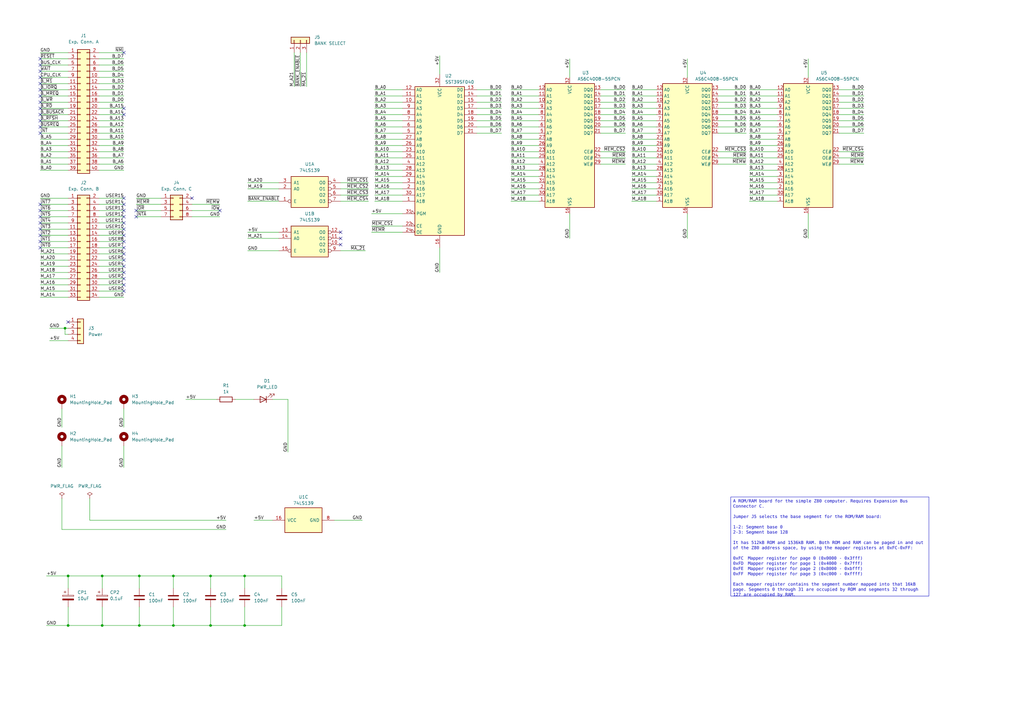
<source format=kicad_sch>
(kicad_sch (version 20231120) (generator "eeschema") (generator_version "8.0")
  (paper "A3")
  (title_block (title "ROM/RAM board v2") (date "2024-08-14") (rev "1.1") (comment 1 "Requires Expansion Bus Connector C"))
  (junction (at 27.94 256.54))
  (junction (at 100.33 256.54))
  (junction (at 41.91 256.54))
  (junction (at 86.36 236.22))
  (junction (at 41.91 236.22))
  (junction (at 26.67 134.62))
  (junction (at 71.12 256.54))
  (junction (at 27.94 236.22))
  (junction (at 57.15 256.54))
  (junction (at 57.15 236.22))
  (junction (at 71.12 236.22))
  (junction (at 86.36 256.54))
  (junction (at 100.33 236.22))
  (no_connect (at 16.51 46.99))
  (no_connect (at 16.51 96.52))
  (no_connect (at 16.51 34.29))
  (no_connect (at 16.51 83.82))
  (no_connect (at 50.8 114.3))
  (no_connect (at 50.8 96.52))
  (no_connect (at 50.8 109.22))
  (no_connect (at 16.51 101.6))
  (no_connect (at 16.51 88.9))
  (no_connect (at 50.8 116.84))
  (no_connect (at 50.8 104.14))
  (no_connect (at 16.51 52.07))
  (no_connect (at 16.51 54.61))
  (no_connect (at 50.8 91.44))
  (no_connect (at 50.8 88.9))
  (no_connect (at 55.88 88.9))
  (no_connect (at 90.17 86.36))
  (no_connect (at 16.51 24.13))
  (no_connect (at 16.51 49.53))
  (no_connect (at 16.51 44.45))
  (no_connect (at 139.7 100.33))
  (no_connect (at 50.8 46.99))
  (no_connect (at 50.8 93.98))
  (no_connect (at 16.51 36.83))
  (no_connect (at 16.51 99.06))
  (no_connect (at 16.51 91.44))
  (no_connect (at 50.8 83.82))
  (no_connect (at 27.94 132.08))
  (no_connect (at 16.51 29.21))
  (no_connect (at 139.7 95.25))
  (no_connect (at 50.8 101.6))
  (no_connect (at 55.88 86.36))
  (no_connect (at 50.8 119.38))
  (no_connect (at 50.8 99.06))
  (no_connect (at 16.51 41.91))
  (no_connect (at 50.8 86.36))
  (no_connect (at 50.8 111.76))
  (no_connect (at 139.7 97.79))
  (no_connect (at 78.74 81.28))
  (no_connect (at 50.8 81.28))
  (no_connect (at 50.8 44.45))
  (no_connect (at 16.51 39.37))
  (no_connect (at 16.51 93.98))
  (no_connect (at 16.51 26.67))
  (no_connect (at 16.51 31.75))
  (no_connect (at 16.51 86.36))
  (no_connect (at 50.8 106.68))
  (no_connect (at 50.8 21.59))
  (wire (pts (xy 50.8 36.83) (xy 40.64 36.83)))
  (wire (pts (xy 307.34 80.01) (xy 318.77 80.01)))
  (wire (pts (xy 40.64 104.14) (xy 50.8 104.14)))
  (wire (pts (xy 25.4 204.47) (xy 25.4 217.17)))
  (wire (pts (xy 100.33 241.3) (xy 100.33 236.22)))
  (wire (pts (xy 16.51 114.3) (xy 27.94 114.3)))
  (wire (pts (xy 57.15 241.3) (xy 57.15 236.22)))
  (wire (pts (xy 209.55 52.07) (xy 220.98 52.07)))
  (wire (pts (xy 16.51 36.83) (xy 27.94 36.83)))
  (wire (pts (xy 205.74 52.07) (xy 195.58 52.07)))
  (wire (pts (xy 259.08 49.53) (xy 269.24 49.53)))
  (wire (pts (xy 205.74 36.83) (xy 195.58 36.83)))
  (wire (pts (xy 16.51 46.99) (xy 27.94 46.99)))
  (wire (pts (xy 40.64 91.44) (xy 50.8 91.44)))
  (wire (pts (xy 152.4 92.71) (xy 165.1 92.71)))
  (wire (pts (xy 50.8 167.64) (xy 50.8 175.26)))
  (wire (pts (xy 86.36 236.22) (xy 71.12 236.22)))
  (wire (pts (xy 57.15 256.54) (xy 41.91 256.54)))
  (wire (pts (xy 55.88 81.28) (xy 66.04 81.28)))
  (wire (pts (xy 153.67 80.01) (xy 165.1 80.01)))
  (wire (pts (xy 256.54 54.61) (xy 246.38 54.61)))
  (wire (pts (xy 205.74 54.61) (xy 195.58 54.61)))
  (wire (pts (xy 16.51 86.36) (xy 27.94 86.36)))
  (wire (pts (xy 78.74 86.36) (xy 90.17 86.36)))
  (wire (pts (xy 354.33 41.91) (xy 344.17 41.91)))
  (wire (pts (xy 19.05 236.22) (xy 27.94 236.22)))
  (wire (pts (xy 50.8 41.91) (xy 40.64 41.91)))
  (wire (pts (xy 27.94 236.22) (xy 27.94 241.3)))
  (wire (pts (xy 307.34 69.85) (xy 318.77 69.85)))
  (wire (pts (xy 306.07 54.61) (xy 294.64 54.61)))
  (wire (pts (xy 101.6 77.47) (xy 114.3 77.47)))
  (wire (pts (xy 344.17 64.77) (xy 354.33 64.77)))
  (wire (pts (xy 246.38 67.31) (xy 256.54 67.31)))
  (wire (pts (xy 307.34 74.93) (xy 318.77 74.93)))
  (wire (pts (xy 101.6 95.25) (xy 114.3 95.25)))
  (wire (pts (xy 209.55 72.39) (xy 220.98 72.39)))
  (wire (pts (xy 40.64 106.68) (xy 50.8 106.68)))
  (wire (pts (xy 16.51 69.85) (xy 27.94 69.85)))
  (wire (pts (xy 209.55 59.69) (xy 220.98 59.69)))
  (wire (pts (xy 50.8 121.92) (xy 40.64 121.92)))
  (wire (pts (xy 66.04 86.36) (xy 55.88 86.36)))
  (wire (pts (xy 50.8 52.07) (xy 40.64 52.07)))
  (wire (pts (xy 209.55 80.01) (xy 220.98 80.01)))
  (wire (pts (xy 101.6 74.93) (xy 114.3 74.93)))
  (wire (pts (xy 281.94 24.13) (xy 281.94 31.75)))
  (wire (pts (xy 153.67 69.85) (xy 165.1 69.85)))
  (wire (pts (xy 101.6 97.79) (xy 114.3 97.79)))
  (wire (pts (xy 71.12 236.22) (xy 57.15 236.22)))
  (wire (pts (xy 50.8 57.15) (xy 40.64 57.15)))
  (wire (pts (xy 25.4 182.88) (xy 25.4 191.77)))
  (wire (pts (xy 256.54 39.37) (xy 246.38 39.37)))
  (wire (pts (xy 153.67 64.77) (xy 165.1 64.77)))
  (wire (pts (xy 40.64 101.6) (xy 50.8 101.6)))
  (wire (pts (xy 16.51 41.91) (xy 27.94 41.91)))
  (wire (pts (xy 27.94 256.54) (xy 27.94 248.92)))
  (wire (pts (xy 259.08 77.47) (xy 269.24 77.47)))
  (wire (pts (xy 281.94 87.63) (xy 281.94 97.79)))
  (wire (pts (xy 78.74 83.82) (xy 90.17 83.82)))
  (wire (pts (xy 50.8 62.23) (xy 40.64 62.23)))
  (wire (pts (xy 354.33 49.53) (xy 344.17 49.53)))
  (wire (pts (xy 20.32 134.62) (xy 26.67 134.62)))
  (wire (pts (xy 306.07 44.45) (xy 294.64 44.45)))
  (wire (pts (xy 40.64 88.9) (xy 50.8 88.9)))
  (wire (pts (xy 50.8 54.61) (xy 40.64 54.61)))
  (wire (pts (xy 100.33 248.92) (xy 100.33 256.54)))
  (wire (pts (xy 16.51 54.61) (xy 27.94 54.61)))
  (wire (pts (xy 118.11 163.83) (xy 118.11 185.42)))
  (wire (pts (xy 209.55 74.93) (xy 220.98 74.93)))
  (wire (pts (xy 256.54 36.83) (xy 246.38 36.83)))
  (wire (pts (xy 306.07 52.07) (xy 294.64 52.07)))
  (wire (pts (xy 50.8 49.53) (xy 40.64 49.53)))
  (wire (pts (xy 50.8 116.84) (xy 40.64 116.84)))
  (wire (pts (xy 50.8 24.13) (xy 40.64 24.13)))
  (wire (pts (xy 76.2 163.83) (xy 88.9 163.83)))
  (wire (pts (xy 16.51 44.45) (xy 27.94 44.45)))
  (wire (pts (xy 259.08 82.55) (xy 269.24 82.55)))
  (wire (pts (xy 307.34 52.07) (xy 318.77 52.07)))
  (wire (pts (xy 259.08 59.69) (xy 269.24 59.69)))
  (wire (pts (xy 115.57 241.3) (xy 115.57 236.22)))
  (wire (pts (xy 331.47 24.13) (xy 331.47 31.75)))
  (wire (pts (xy 306.07 36.83) (xy 294.64 36.83)))
  (wire (pts (xy 354.33 46.99) (xy 344.17 46.99)))
  (wire (pts (xy 205.74 39.37) (xy 195.58 39.37)))
  (wire (pts (xy 307.34 36.83) (xy 318.77 36.83)))
  (wire (pts (xy 153.67 67.31) (xy 165.1 67.31)))
  (wire (pts (xy 50.8 34.29) (xy 40.64 34.29)))
  (wire (pts (xy 50.8 46.99) (xy 40.64 46.99)))
  (wire (pts (xy 259.08 62.23) (xy 269.24 62.23)))
  (wire (pts (xy 149.86 102.87) (xy 139.7 102.87)))
  (wire (pts (xy 25.4 217.17) (xy 92.71 217.17)))
  (wire (pts (xy 36.83 213.36) (xy 92.71 213.36)))
  (wire (pts (xy 209.55 64.77) (xy 220.98 64.77)))
  (wire (pts (xy 16.51 29.21) (xy 27.94 29.21)))
  (wire (pts (xy 71.12 248.92) (xy 71.12 256.54)))
  (wire (pts (xy 50.8 59.69) (xy 40.64 59.69)))
  (wire (pts (xy 259.08 69.85) (xy 269.24 69.85)))
  (wire (pts (xy 101.6 102.87) (xy 114.3 102.87)))
  (wire (pts (xy 40.64 83.82) (xy 50.8 83.82)))
  (wire (pts (xy 115.57 248.92) (xy 115.57 256.54)))
  (wire (pts (xy 153.67 82.55) (xy 165.1 82.55)))
  (wire (pts (xy 354.33 62.23) (xy 344.17 62.23)))
  (wire (pts (xy 259.08 54.61) (xy 269.24 54.61)))
  (wire (pts (xy 233.68 24.13) (xy 233.68 31.75)))
  (wire (pts (xy 209.55 46.99) (xy 220.98 46.99)))
  (wire (pts (xy 16.51 49.53) (xy 27.94 49.53)))
  (wire (pts (xy 306.07 41.91) (xy 294.64 41.91)))
  (wire (pts (xy 16.51 59.69) (xy 27.94 59.69)))
  (wire (pts (xy 209.55 41.91) (xy 220.98 41.91)))
  (wire (pts (xy 25.4 167.64) (xy 25.4 175.26)))
  (wire (pts (xy 16.51 39.37) (xy 27.94 39.37)))
  (wire (pts (xy 209.55 54.61) (xy 220.98 54.61)))
  (wire (pts (xy 259.08 74.93) (xy 269.24 74.93)))
  (wire (pts (xy 256.54 44.45) (xy 246.38 44.45)))
  (wire (pts (xy 115.57 236.22) (xy 100.33 236.22)))
  (wire (pts (xy 180.34 22.86) (xy 180.34 30.48)))
  (wire (pts (xy 16.51 26.67) (xy 27.94 26.67)))
  (wire (pts (xy 205.74 46.99) (xy 195.58 46.99)))
  (wire (pts (xy 294.64 67.31) (xy 306.07 67.31)))
  (wire (pts (xy 256.54 52.07) (xy 246.38 52.07)))
  (wire (pts (xy 307.34 46.99) (xy 318.77 46.99)))
  (wire (pts (xy 86.36 241.3) (xy 86.36 236.22)))
  (wire (pts (xy 306.07 62.23) (xy 294.64 62.23)))
  (wire (pts (xy 307.34 77.47) (xy 318.77 77.47)))
  (wire (pts (xy 96.52 163.83) (xy 104.14 163.83)))
  (wire (pts (xy 114.3 82.55) (xy 101.6 82.55)))
  (wire (pts (xy 16.51 119.38) (xy 27.94 119.38)))
  (wire (pts (xy 71.12 241.3) (xy 71.12 236.22)))
  (wire (pts (xy 40.64 99.06) (xy 50.8 99.06)))
  (wire (pts (xy 16.51 121.92) (xy 27.94 121.92)))
  (wire (pts (xy 66.04 83.82) (xy 55.88 83.82)))
  (wire (pts (xy 307.34 41.91) (xy 318.77 41.91)))
  (wire (pts (xy 19.05 256.54) (xy 27.94 256.54)))
  (wire (pts (xy 16.51 31.75) (xy 27.94 31.75)))
  (wire (pts (xy 259.08 67.31) (xy 269.24 67.31)))
  (wire (pts (xy 50.8 67.31) (xy 40.64 67.31)))
  (wire (pts (xy 16.51 109.22) (xy 27.94 109.22)))
  (wire (pts (xy 307.34 59.69) (xy 318.77 59.69)))
  (wire (pts (xy 90.17 88.9) (xy 78.74 88.9)))
  (wire (pts (xy 41.91 236.22) (xy 41.91 241.3)))
  (wire (pts (xy 246.38 64.77) (xy 256.54 64.77)))
  (wire (pts (xy 256.54 62.23) (xy 246.38 62.23)))
  (wire (pts (xy 26.67 137.16) (xy 26.67 134.62)))
  (wire (pts (xy 307.34 62.23) (xy 318.77 62.23)))
  (wire (pts (xy 40.64 109.22) (xy 50.8 109.22)))
  (wire (pts (xy 354.33 52.07) (xy 344.17 52.07)))
  (wire (pts (xy 153.67 57.15) (xy 165.1 57.15)))
  (wire (pts (xy 16.51 93.98) (xy 27.94 93.98)))
  (wire (pts (xy 16.51 116.84) (xy 27.94 116.84)))
  (wire (pts (xy 27.94 137.16) (xy 26.67 137.16)))
  (wire (pts (xy 344.17 67.31) (xy 354.33 67.31)))
  (wire (pts (xy 16.51 52.07) (xy 27.94 52.07)))
  (wire (pts (xy 259.08 39.37) (xy 269.24 39.37)))
  (wire (pts (xy 20.32 139.7) (xy 27.94 139.7)))
  (wire (pts (xy 115.57 256.54) (xy 100.33 256.54)))
  (wire (pts (xy 209.55 62.23) (xy 220.98 62.23)))
  (wire (pts (xy 123.19 21.59) (xy 123.19 35.56)))
  (wire (pts (xy 209.55 82.55) (xy 220.98 82.55)))
  (wire (pts (xy 153.67 59.69) (xy 165.1 59.69)))
  (wire (pts (xy 306.07 39.37) (xy 294.64 39.37)))
  (wire (pts (xy 205.74 49.53) (xy 195.58 49.53)))
  (wire (pts (xy 104.14 213.36) (xy 111.76 213.36)))
  (wire (pts (xy 307.34 44.45) (xy 318.77 44.45)))
  (wire (pts (xy 209.55 36.83) (xy 220.98 36.83)))
  (wire (pts (xy 307.34 67.31) (xy 318.77 67.31)))
  (wire (pts (xy 256.54 46.99) (xy 246.38 46.99)))
  (wire (pts (xy 306.07 49.53) (xy 294.64 49.53)))
  (wire (pts (xy 50.8 64.77) (xy 40.64 64.77)))
  (wire (pts (xy 86.36 248.92) (xy 86.36 256.54)))
  (wire (pts (xy 259.08 36.83) (xy 269.24 36.83)))
  (wire (pts (xy 16.51 57.15) (xy 27.94 57.15)))
  (wire (pts (xy 50.8 114.3) (xy 40.64 114.3)))
  (wire (pts (xy 153.67 54.61) (xy 165.1 54.61)))
  (wire (pts (xy 354.33 39.37) (xy 344.17 39.37)))
  (wire (pts (xy 165.1 95.25) (xy 152.4 95.25)))
  (wire (pts (xy 205.74 41.91) (xy 195.58 41.91)))
  (wire (pts (xy 306.07 46.99) (xy 294.64 46.99)))
  (wire (pts (xy 55.88 88.9) (xy 66.04 88.9)))
  (wire (pts (xy 354.33 54.61) (xy 344.17 54.61)))
  (wire (pts (xy 307.34 39.37) (xy 318.77 39.37)))
  (wire (pts (xy 209.55 77.47) (xy 220.98 77.47)))
  (wire (pts (xy 16.51 64.77) (xy 27.94 64.77)))
  (wire (pts (xy 205.74 44.45) (xy 195.58 44.45)))
  (wire (pts (xy 153.67 36.83) (xy 165.1 36.83)))
  (wire (pts (xy 16.51 81.28) (xy 27.94 81.28)))
  (wire (pts (xy 307.34 72.39) (xy 318.77 72.39)))
  (wire (pts (xy 50.8 31.75) (xy 40.64 31.75)))
  (wire (pts (xy 100.33 256.54) (xy 86.36 256.54)))
  (wire (pts (xy 153.67 52.07) (xy 165.1 52.07)))
  (wire (pts (xy 50.8 69.85) (xy 40.64 69.85)))
  (wire (pts (xy 259.08 52.07) (xy 269.24 52.07)))
  (wire (pts (xy 100.33 236.22) (xy 86.36 236.22)))
  (wire (pts (xy 27.94 236.22) (xy 41.91 236.22)))
  (wire (pts (xy 16.51 99.06) (xy 27.94 99.06)))
  (wire (pts (xy 16.51 88.9) (xy 27.94 88.9)))
  (wire (pts (xy 354.33 44.45) (xy 344.17 44.45)))
  (wire (pts (xy 259.08 57.15) (xy 269.24 57.15)))
  (wire (pts (xy 50.8 182.88) (xy 50.8 191.77)))
  (wire (pts (xy 307.34 82.55) (xy 318.77 82.55)))
  (wire (pts (xy 16.51 106.68) (xy 27.94 106.68)))
  (wire (pts (xy 120.65 35.56) (xy 120.65 21.59)))
  (wire (pts (xy 151.13 82.55) (xy 139.7 82.55)))
  (wire (pts (xy 16.51 96.52) (xy 27.94 96.52)))
  (wire (pts (xy 153.67 49.53) (xy 165.1 49.53)))
  (wire (pts (xy 307.34 64.77) (xy 318.77 64.77)))
  (wire (pts (xy 16.51 67.31) (xy 27.94 67.31)))
  (wire (pts (xy 50.8 44.45) (xy 40.64 44.45)))
  (wire (pts (xy 86.36 256.54) (xy 71.12 256.54)))
  (wire (pts (xy 259.08 44.45) (xy 269.24 44.45)))
  (wire (pts (xy 16.51 21.59) (xy 27.94 21.59)))
  (wire (pts (xy 50.8 21.59) (xy 40.64 21.59)))
  (wire (pts (xy 16.51 111.76) (xy 27.94 111.76)))
  (wire (pts (xy 16.51 104.14) (xy 27.94 104.14)))
  (wire (pts (xy 153.67 77.47) (xy 165.1 77.47)))
  (wire (pts (xy 40.64 93.98) (xy 50.8 93.98)))
  (wire (pts (xy 151.13 77.47) (xy 139.7 77.47)))
  (wire (pts (xy 153.67 41.91) (xy 165.1 41.91)))
  (wire (pts (xy 153.67 46.99) (xy 165.1 46.99)))
  (wire (pts (xy 209.55 39.37) (xy 220.98 39.37)))
  (wire (pts (xy 307.34 49.53) (xy 318.77 49.53)))
  (wire (pts (xy 259.08 46.99) (xy 269.24 46.99)))
  (wire (pts (xy 294.64 64.77) (xy 306.07 64.77)))
  (wire (pts (xy 50.8 111.76) (xy 40.64 111.76)))
  (wire (pts (xy 209.55 57.15) (xy 220.98 57.15)))
  (wire (pts (xy 153.67 72.39) (xy 165.1 72.39)))
  (wire (pts (xy 354.33 36.83) (xy 344.17 36.83)))
  (wire (pts (xy 259.08 41.91) (xy 269.24 41.91)))
  (wire (pts (xy 50.8 29.21) (xy 40.64 29.21)))
  (wire (pts (xy 259.08 80.01) (xy 269.24 80.01)))
  (wire (pts (xy 50.8 119.38) (xy 40.64 119.38)))
  (wire (pts (xy 151.13 74.93) (xy 139.7 74.93)))
  (wire (pts (xy 16.51 24.13) (xy 27.94 24.13)))
  (wire (pts (xy 151.13 80.01) (xy 139.7 80.01)))
  (wire (pts (xy 233.68 87.63) (xy 233.68 97.79)))
  (wire (pts (xy 137.16 213.36) (xy 148.59 213.36)))
  (wire (pts (xy 41.91 256.54) (xy 41.91 248.92)))
  (wire (pts (xy 153.67 62.23) (xy 165.1 62.23)))
  (wire (pts (xy 307.34 54.61) (xy 318.77 54.61)))
  (wire (pts (xy 16.51 83.82) (xy 27.94 83.82)))
  (wire (pts (xy 307.34 57.15) (xy 318.77 57.15)))
  (wire (pts (xy 180.34 101.6) (xy 180.34 111.76)))
  (wire (pts (xy 27.94 256.54) (xy 41.91 256.54)))
  (wire (pts (xy 125.73 21.59) (xy 125.73 35.56)))
  (wire (pts (xy 40.64 81.28) (xy 50.8 81.28)))
  (wire (pts (xy 40.64 86.36) (xy 50.8 86.36)))
  (wire (pts (xy 57.15 248.92) (xy 57.15 256.54)))
  (wire (pts (xy 153.67 44.45) (xy 165.1 44.45)))
  (wire (pts (xy 57.15 236.22) (xy 41.91 236.22)))
  (wire (pts (xy 16.51 91.44) (xy 27.94 91.44)))
  (wire (pts (xy 259.08 64.77) (xy 269.24 64.77)))
  (wire (pts (xy 16.51 101.6) (xy 27.94 101.6)))
  (wire (pts (xy 153.67 74.93) (xy 165.1 74.93)))
  (wire (pts (xy 209.55 49.53) (xy 220.98 49.53)))
  (wire (pts (xy 40.64 96.52) (xy 50.8 96.52)))
  (wire (pts (xy 71.12 256.54) (xy 57.15 256.54)))
  (wire (pts (xy 331.47 87.63) (xy 331.47 97.79)))
  (wire (pts (xy 209.55 44.45) (xy 220.98 44.45)))
  (wire (pts (xy 152.4 87.63) (xy 165.1 87.63)))
  (wire (pts (xy 50.8 26.67) (xy 40.64 26.67)))
  (wire (pts (xy 50.8 39.37) (xy 40.64 39.37)))
  (wire (pts (xy 26.67 134.62) (xy 27.94 134.62)))
  (wire (pts (xy 16.51 62.23) (xy 27.94 62.23)))
  (wire (pts (xy 36.83 204.47) (xy 36.83 213.36)))
  (wire (pts (xy 153.67 39.37) (xy 165.1 39.37)))
  (wire (pts (xy 118.11 163.83) (xy 111.76 163.83)))
  (wire (pts (xy 256.54 49.53) (xy 246.38 49.53)))
  (wire (pts (xy 209.55 69.85) (xy 220.98 69.85)))
  (wire (pts (xy 209.55 67.31) (xy 220.98 67.31)))
  (wire (pts (xy 16.51 34.29) (xy 27.94 34.29)))
  (wire (pts (xy 259.08 72.39) (xy 269.24 72.39)))
  (wire (pts (xy 256.54 41.91) (xy 246.38 41.91)))
  (text_box "A ROM/RAM board for the simple Z80 computer. Requires Expansion Bus Connector C.\n\nJumper J5 selects the base segment for the ROM/RAM board: \n\n1-2: Segment base 0\n2-3: Segment base 128\n\nIt has 512kB ROM and 1536kB RAM. Both ROM and RAM can be paged in and out of the Z80 address space, by using the mapper registers at 0xFC-0xFF:\n\n0xFC	Mapper register for page 0 (0x0000 - 0x3fff)\n0xFD	Mapper register for page 1 (0x4000 - 0x7fff)\n0xFE	Mapper register for page 2 (0x8000 - 0xbfff)\n0xFF	Mapper register for page 3 (0xc000 - 0xffff)\n\nEach mapper register contains the segment number mapped into that 16kB page. Segments 0 through 31 are occupied by ROM and segments 32 through 127 are occupied by RAM.\n\n" (at 299.72 203.835 0) (size 81.28 40.64) (effects (font (size 1.27 1.27)) (justify left top)))
  (label "GND" (at 50.8 175.26 90))
  (label "B_A0" (at 153.67 36.83 0))
  (label "USER4" (at 50.8 109.22 180))
  (label "~{RESET}" (at 16.51 24.13 0))
  (label "B_A1" (at 209.55 39.37 0))
  (label "B_A3" (at 209.55 44.45 0))
  (label "GND" (at 25.4 191.77 90))
  (label "USER9" (at 50.8 96.52 180))
  (label "GND" (at 55.88 81.28 0))
  (label "B_A8" (at 307.34 57.15 0))
  (label "B_A13" (at 307.34 69.85 0))
  (label "~{MEMR}" (at 152.4 95.25 0))
  (label "~{INT}" (at 16.51 54.61 0))
  (label "B_A10" (at 153.67 62.23 0))
  (label "B_A1" (at 16.51 67.31 0))
  (label "GND" (at 50.8 191.77 90))
  (label "B_A9" (at 50.8 59.69 180))
  (label "B_A2" (at 307.34 41.91 0))
  (label "B_A8" (at 153.67 57.15 0))
  (label "M_A14" (at 16.51 121.92 0))
  (label "B_D4" (at 50.8 31.75 180))
  (label "GND" (at 16.51 21.59 0))
  (label "B_D0" (at 256.54 36.83 180))
  (label "B_D1" (at 205.74 39.37 180))
  (label "~{IOR}" (at 55.88 86.36 0))
  (label "~{MEMW}" (at 256.54 67.31 180))
  (label "B_A8" (at 50.8 62.23 180))
  (label "B_A3" (at 153.67 44.45 0))
  (label "B_A13" (at 259.08 69.85 0))
  (label "B_A5" (at 16.51 57.15 0))
  (label "B_A6" (at 153.67 52.07 0))
  (label "M_A17" (at 259.08 80.01 0))
  (label "B_A4" (at 16.51 59.69 0))
  (label "~{MEMW}" (at 354.33 67.31 180))
  (label "~{INT1}" (at 16.51 99.06 0))
  (label "~{MEM_CS3}" (at 306.07 62.23 180))
  (label "~{BANK_ENABLE}" (at 101.6 82.55 0))
  (label "BUS_CLK" (at 16.51 26.67 0))
  (label "~{INT0}" (at 16.51 101.6 0))
  (label "B_A6" (at 307.34 52.07 0))
  (label "~{B_M1}" (at 16.51 34.29 0))
  (label "B_D2" (at 256.54 41.91 180))
  (label "+5V" (at 180.34 22.86 270))
  (label "GND" (at 16.51 81.28 0))
  (label "B_A6" (at 50.8 67.31 180))
  (label "M_A14" (at 259.08 72.39 0))
  (label "USER10" (at 50.8 93.98 180))
  (label "B_A11" (at 209.55 64.77 0))
  (label "M_A18" (at 259.08 82.55 0))
  (label "~{MEM_CS3}" (at 151.13 80.01 180))
  (label "B_A9" (at 209.55 59.69 0))
  (label "B_A3" (at 16.51 62.23 0))
  (label "B_A7" (at 307.34 54.61 0))
  (label "B_D5" (at 50.8 29.21 180))
  (label "B_D3" (at 50.8 34.29 180))
  (label "+5V" (at 92.71 213.36 180))
  (label "~{B_RFSH}" (at 16.51 49.53 0))
  (label "USER13" (at 50.8 86.36 180))
  (label "USER2" (at 50.8 114.3 180))
  (label "B_D1" (at 256.54 39.37 180))
  (label "USER5" (at 50.8 106.68 180))
  (label "B_A7" (at 50.8 64.77 180))
  (label "B_D7" (at 256.54 54.61 180))
  (label "M_A17" (at 16.51 114.3 0))
  (label "B_D7" (at 205.74 54.61 180))
  (label "M_A15" (at 153.67 74.93 0))
  (label "~{MEMR}" (at 306.07 64.77 180))
  (label "M_A21" (at 16.51 104.14 0))
  (label "M_A17" (at 307.34 80.01 0))
  (label "M_A16" (at 209.55 77.47 0))
  (label "B_D4" (at 306.07 46.99 180))
  (label "CPU_CLK" (at 16.51 31.75 0))
  (label "M_A15" (at 259.08 74.93 0))
  (label "GND" (at 25.4 175.26 90))
  (label "B_D6" (at 50.8 26.67 180))
  (label "B_D4" (at 205.74 46.99 180))
  (label "B_A10" (at 307.34 62.23 0))
  (label "B_A5" (at 307.34 49.53 0))
  (label "USER14" (at 50.8 83.82 180))
  (label "~{BANK_ENABLE}" (at 123.19 35.56 90))
  (label "~{MEM_CS1}" (at 151.13 74.93 180))
  (label "M_A21" (at 120.65 35.56 90))
  (label "GND" (at 92.71 217.17 180))
  (label "B_A2" (at 259.08 41.91 0))
  (label "B_D5" (at 205.74 49.53 180))
  (label "B_D3" (at 354.33 44.45 180))
  (label "B_A0" (at 259.08 36.83 0))
  (label "B_D0" (at 205.74 36.83 180))
  (label "M_A16" (at 307.34 77.47 0))
  (label "USER8" (at 50.8 99.06 180))
  (label "~{NMI}" (at 50.8 21.59 180))
  (label "B_A3" (at 307.34 44.45 0))
  (label "~{WAIT}" (at 16.51 29.21 0))
  (label "B_A11" (at 50.8 54.61 180))
  (label "B_D7" (at 50.8 24.13 180))
  (label "B_D5" (at 306.07 49.53 180))
  (label "B_A4" (at 153.67 46.99 0))
  (label "B_D5" (at 256.54 49.53 180))
  (label "B_D6" (at 205.74 52.07 180))
  (label "B_A8" (at 259.08 57.15 0))
  (label "B_D6" (at 306.07 52.07 180))
  (label "B_A2" (at 209.55 41.91 0))
  (label "B_D2" (at 354.33 41.91 180))
  (label "~{MA_21}" (at 149.86 102.87 180))
  (label "B_A0" (at 209.55 36.83 0))
  (label "B_A13" (at 50.8 49.53 180))
  (label "M_A18" (at 209.55 82.55 0))
  (label "USER3" (at 50.8 111.76 180))
  (label "GND" (at 180.34 111.76 90))
  (label "B_A9" (at 153.67 59.69 0))
  (label "M_A16" (at 16.51 116.84 0))
  (label "B_D7" (at 306.07 54.61 180))
  (label "GND" (at 20.32 134.62 0))
  (label "B_A12" (at 307.34 67.31 0))
  (label "B_A8" (at 209.55 57.15 0))
  (label "~{B_BUSACK}" (at 16.51 46.99 0))
  (label "B_D3" (at 306.07 44.45 180))
  (label "M_A21" (at 101.6 97.79 0))
  (label "B_A7" (at 209.55 54.61 0))
  (label "B_A10" (at 50.8 57.15 180))
  (label "M_A20" (at 101.6 74.93 0))
  (label "+5V" (at 233.68 24.13 270))
  (label "~{B_MREQ}" (at 16.51 39.37 0))
  (label "USER11" (at 50.8 91.44 180))
  (label "+5V" (at 152.4 87.63 0))
  (label "M_A19" (at 101.6 77.47 0))
  (label "M_A17" (at 209.55 80.01 0))
  (label "M_A18" (at 307.34 82.55 0))
  (label "B_D4" (at 256.54 46.99 180))
  (label "~{INTA}" (at 55.88 88.9 0))
  (label "B_A12" (at 153.67 67.31 0))
  (label "~{MEM_CS4}" (at 151.13 82.55 180))
  (label "B_D2" (at 306.07 41.91 180))
  (label "~{MEMW}" (at 306.07 67.31 180))
  (label "B_A1" (at 307.34 39.37 0))
  (label "B_A9" (at 259.08 59.69 0))
  (label "B_A11" (at 307.34 64.77 0))
  (label "B_D6" (at 354.33 52.07 180))
  (label "USER0" (at 50.8 119.38 180))
  (label "GND" (at 19.05 256.54 0))
  (label "~{INT5}" (at 16.51 88.9 0))
  (label "B_A4" (at 259.08 46.99 0))
  (label "B_D2" (at 205.74 41.91 180))
  (label "B_D0" (at 306.07 36.83 180))
  (label "B_D0" (at 50.8 41.91 180))
  (label "B_A0" (at 307.34 36.83 0))
  (label "USER7" (at 50.8 101.6 180))
  (label "~{IOW}" (at 90.17 86.36 180))
  (label "B_A5" (at 153.67 49.53 0))
  (label "M_A14" (at 153.67 72.39 0))
  (label "USER1" (at 50.8 116.84 180))
  (label "GND" (at 148.59 213.36 180))
  (label "B_A3" (at 259.08 44.45 0))
  (label "M_A20" (at 16.51 106.68 0))
  (label "B_D1" (at 354.33 39.37 180))
  (label "~{MEM_CS4}" (at 354.33 62.23 180))
  (label "M_A14" (at 209.55 72.39 0))
  (label "+5V" (at 281.94 24.13 270))
  (label "B_A5" (at 259.08 49.53 0))
  (label "~{B_WR}" (at 16.51 41.91 0))
  (label "B_A13" (at 209.55 69.85 0))
  (label "GND" (at 50.8 69.85 180))
  (label "B_D2" (at 50.8 36.83 180))
  (label "GND" (at 331.47 97.79 90))
  (label "M_A18" (at 16.51 111.76 0))
  (label "~{INT6}" (at 16.51 86.36 0))
  (label "M_A18" (at 153.67 82.55 0))
  (label "B_A11" (at 153.67 64.77 0))
  (label "B_D0" (at 354.33 36.83 180))
  (label "~{INT2}" (at 16.51 96.52 0))
  (label "B_A2" (at 153.67 41.91 0))
  (label "M_A15" (at 16.51 119.38 0))
  (label "B_A2" (at 16.51 64.77 0))
  (label "GND" (at 118.11 185.42 90))
  (label "B_D3" (at 256.54 44.45 180))
  (label "M_A17" (at 153.67 80.01 0))
  (label "B_A5" (at 209.55 49.53 0))
  (label "USER15" (at 50.8 81.28 180))
  (label "+5V" (at 101.6 95.25 0))
  (label "~{MEMR}" (at 256.54 64.77 180))
  (label "+5V" (at 104.14 213.36 0))
  (label "B_D1" (at 306.07 39.37 180))
  (label "B_A10" (at 259.08 62.23 0))
  (label "B_A0" (at 16.51 69.85 0))
  (label "B_A12" (at 50.8 52.07 180))
  (label "~{MEMW}" (at 90.17 83.82 180))
  (label "B_D4" (at 354.33 46.99 180))
  (label "~{B_IORQ}" (at 16.51 36.83 0))
  (label "M_A19" (at 16.51 109.22 0))
  (label "B_D7" (at 354.33 54.61 180))
  (label "+5V" (at 20.32 139.7 0))
  (label "USER6" (at 50.8 104.14 180))
  (label "B_A12" (at 209.55 67.31 0))
  (label "B_A14" (at 50.8 46.99 180))
  (label "USER12" (at 50.8 88.9 180))
  (label "B_A1" (at 259.08 39.37 0))
  (label "+5V" (at 331.47 24.13 270))
  (label "B_A11" (at 259.08 64.77 0))
  (label "B_D5" (at 354.33 49.53 180))
  (label "GND" (at 281.94 97.79 90))
  (label "~{MEMR}" (at 55.88 83.82 0))
  (label "M_A16" (at 153.67 77.47 0))
  (label "+5V" (at 19.05 236.22 0))
  (label "~{MA_21}" (at 125.73 35.56 90))
  (label "M_A15" (at 209.55 74.93 0))
  (label "B_A4" (at 209.55 46.99 0))
  (label "~{B_RD}" (at 16.51 44.45 0))
  (label "B_A6" (at 209.55 52.07 0))
  (label "M_A16" (at 259.08 77.47 0))
  (label "+5V" (at 76.2 163.83 0))
  (label "B_A13" (at 153.67 69.85 0))
  (label "~{MEM_CS2}" (at 256.54 62.23 180))
  (label "~{MEMR}" (at 354.33 64.77 180))
  (label "~{BUSREQ}" (at 16.51 52.07 0))
  (label "~{INT4}" (at 16.51 91.44 0))
  (label "~{INT7}" (at 16.51 83.82 0))
  (label "B_A4" (at 307.34 46.99 0))
  (label "B_A6" (at 259.08 52.07 0))
  (label "M_A15" (at 307.34 74.93 0))
  (label "GND" (at 50.8 121.92 180))
  (label "M_A14" (at 307.34 72.39 0))
  (label "B_D1" (at 50.8 39.37 180))
  (label "B_A7" (at 259.08 54.61 0))
  (label "B_A12" (at 259.08 67.31 0))
  (label "~{MEM_CS1}" (at 152.4 92.71 0))
  (label "B_A10" (at 209.55 62.23 0))
  (label "GND" (at 90.17 88.9 180))
  (label "B_A15" (at 50.8 44.45 180))
  (label "B_D6" (at 256.54 52.07 180))
  (label "B_A7" (at 153.67 54.61 0))
  (label "B_A1" (at 153.67 39.37 0))
  (label "GND" (at 233.68 97.79 90))
  (label "GND" (at 101.6 102.87 0))
  (label "B_A9" (at 307.34 59.69 0))
  (label "~{INT3}" (at 16.51 93.98 0))
  (label "~{MEM_CS2}" (at 151.13 77.47 180))
  (label "B_D3" (at 205.74 44.45 180))
  (symbol (lib_name "PWR_FLAG_1") (lib_id "power:PWR_FLAG") (at 36.83 204.47 0) (unit 1)
    (property "Reference" "#FLG02" (effects (hide yes)))
    (property "Value" "PWR_FLAG" (at 36.83 199.39 0))
    (property "Description" "Special symbol for telling ERC where power comes from" (effects (hide yes)))
  )
  (symbol (lib_id "Memory_Flash:SST39SF040") (at 180.34 67.31 0) (unit 1)
    (property "Reference" "U2" (at 182.5341 31.115 0) (effects (justify left)))
    (property "Value" "SST39SF040" (at 182.5341 33.655 0) (effects (justify left)))
    (property "Footprint" "Package_DIP:DIP-32_W15.24mm_Socket" (effects (hide yes)))
    (property "Datasheet" "http://ww1.microchip.com/downloads/en/DeviceDoc/25022B.pdf" (effects (hide yes)))
    (property "Description" "32P DIP Tin 15.24mm 2.54mm DIP-32 IC / Transistor Socket ROHS" (effects (hide yes)))
    (property "MPN" " Z-ICS0S32P-WG00" (effects (hide yes)))
    (property "Manufacturer" "Ckmtw(Shenzhen Cankemeng) " (effects (hide yes)))
    (property "Package" " DIP-32" (effects (hide yes)))
  )
  (symbol (lib_id "Mechanical:MountingHole_Pad") (at 50.8 180.34 0) (unit 1) (in_bom no)
    (property "Reference" "H4" (at 53.975 177.7999 0) (effects (justify left)))
    (property "Value" "MountingHole_Pad" (at 53.975 180.3399 0) (effects (justify left)))
    (property "Footprint" "MountingHole:MountingHole_3.2mm_M3_ISO7380_Pad" (effects (hide yes)))
    (property "Description" "Part of PCB layout" (effects (hide yes)))
  )
  (symbol (lib_id "Device:C") (at 71.12 245.11 0) (unit 1)
    (property "Reference" "C2" (at 74.93 243.84 0) (effects (justify left)))
    (property "Value" "100nF" (at 74.93 246.38 0) (effects (justify left)))
    (property "Footprint" "Capacitor_THT:C_Disc_D5.0mm_W2.5mm_P2.50mm" (effects (hide yes)))
    (property "Description" "±10% 50V 100nF X7R Plugin,P=2.54mm Multilayer Ceramic Capacitors MLCC - Leaded ROHS" (effects (hide yes)))
    (property "MPN" "178MU0006" (effects (hide yes)))
    (property "Manufacturer" "KNSCHA" (effects (hide yes)))
    (property "Package" "Plugin,P=2.54mm" (effects (hide yes)))
  )
  (symbol (lib_id "Device:LED") (at 107.95 163.83 180) (unit 1)
    (property "Reference" "D1" (at 109.5375 156.21 0))
    (property "Value" "PWR_LED" (at 109.5375 158.75 0))
    (property "Footprint" "LED_THT:LED_D3.0mm" (effects (hide yes)))
    (property "Description" "-40℃~+100℃ 626nm Red 14mW Plugin,D=3.2mm Light Emitting Diodes (LED) ROHS" (effects (hide yes)))
    (property "MPN" "HLMP-1700" (effects (hide yes)))
    (property "Manufacturer" "Broadcom/AVAGO" (effects (hide yes)))
    (property "Package" "LED_D3.0mm" (effects (hide yes)))
  )
  (symbol (lib_id "Device:R") (at 92.71 163.83 90) (unit 1)
    (property "Reference" "R1" (at 92.71 158.115 90))
    (property "Value" "1k" (at 92.71 160.655 90))
    (property "Footprint" "Resistor_THT:R_Axial_DIN0204_L3.6mm_D1.6mm_P7.62mm_Horizontal" (effects (hide yes)))
    (property "Description" "Metal Film Resistors 1kΩ 400mW ±50ppm/℃ ±1% Plugin,D1.6xL3.6mm Through Hole Resistors ROHS" (effects (hide yes)))
    (property "MPN" "MBA02040C1001FC100" (effects (hide yes)))
    (property "Manufacturer" "Vishay Intertech" (effects (hide yes)))
    (property "Package" "Plugin" (effects (hide yes)))
  )
  (symbol (lib_id "Connector_Generic:Conn_01x04") (at 33.02 134.62 0) (unit 1)
    (property "Reference" "J3" (at 36.195 134.62 0) (effects (justify left)))
    (property "Value" "Power" (at 36.195 137.16 0) (effects (justify left)))
    (property "Footprint" "footprints:TE_171826-4" (effects (hide yes)))
    (property "Description" "Connector Header Through Hole, Right Angle 4 position 0.098\" (2.50mm)" (effects (hide yes)))
    (property "MPN" "171826-4" (effects (hide yes)))
    (property "Manufacturer" "TE Connectivity AMP Connectors" (effects (hide yes)))
    (property "Package" "Plugin" (effects (hide yes)))
  )
  (symbol (lib_id "Device:C") (at 57.15 245.11 0) (unit 1)
    (property "Reference" "C1" (at 60.96 243.84 0) (effects (justify left)))
    (property "Value" "100nF" (at 60.96 246.38 0) (effects (justify left)))
    (property "Footprint" "Capacitor_THT:C_Disc_D5.0mm_W2.5mm_P2.50mm" (effects (hide yes)))
    (property "Description" "±10% 50V 100nF X7R Plugin,P=2.54mm Multilayer Ceramic Capacitors MLCC - Leaded ROHS" (effects (hide yes)))
    (property "MPN" "178MU0006" (effects (hide yes)))
    (property "Manufacturer" "KNSCHA" (effects (hide yes)))
    (property "Package" "Plugin,P=2.54mm" (effects (hide yes)))
  )
  (symbol (lib_id "Mechanical:MountingHole_Pad") (at 25.4 165.1 0) (unit 1) (in_bom no)
    (property "Reference" "H1" (at 28.575 162.5599 0) (effects (justify left)))
    (property "Value" "MountingHole_Pad" (at 28.575 165.0999 0) (effects (justify left)))
    (property "Footprint" "MountingHole:MountingHole_3.2mm_M3_ISO7380_Pad" (effects (hide yes)))
    (property "Description" "Part of PCB layout" (effects (hide yes)))
  )
  (symbol (lib_id "Mechanical:MountingHole_Pad") (at 50.8 165.1 0) (unit 1) (in_bom no)
    (property "Reference" "H3" (at 53.975 162.5599 0) (effects (justify left)))
    (property "Value" "MountingHole_Pad" (at 53.975 165.0999 0) (effects (justify left)))
    (property "Footprint" "MountingHole:MountingHole_3.2mm_M3_ISO7380_Pad" (effects (hide yes)))
    (property "Description" "Part of PCB layout" (effects (hide yes)))
  )
  (symbol (lib_id "74xx:74LS139") (at 127 97.79 0) (unit 2)
    (property "Reference" "U1" (at 127 87.63 0))
    (property "Value" "74LS139" (at 127 90.17 0))
    (property "Footprint" "Package_DIP:DIP-16_W7.62mm_Socket" (effects (hide yes)))
    (property "Datasheet" "http://www.ti.com/lit/ds/symlink/sn74ls139a.pdf" (effects (hide yes)))
    (property "Description" "16P DIP 7.62mm 2.54mm DIP-16 IC / Transistor Socket ROHS" (effects (hide yes)))
    (property "MPN" " IC-16P" (effects (hide yes)))
    (property "Manufacturer" "BOOMELE(Boom Precision Elec) " (effects (hide yes)))
    (property "Package" " DIP-16" (effects (hide yes)))
  )
  (symbol (lib_id "Device:C") (at 100.33 245.11 0) (unit 1)
    (property "Reference" "C4" (at 104.14 243.84 0) (effects (justify left)))
    (property "Value" "100nF" (at 104.14 246.38 0) (effects (justify left)))
    (property "Footprint" "Capacitor_THT:C_Disc_D5.0mm_W2.5mm_P2.50mm" (effects (hide yes)))
    (property "Description" "±10% 50V 100nF X7R Plugin,P=2.54mm Multilayer Ceramic Capacitors MLCC - Leaded ROHS" (effects (hide yes)))
    (property "MPN" "178MU0006" (effects (hide yes)))
    (property "Manufacturer" "KNSCHA" (effects (hide yes)))
    (property "Package" "Plugin,P=2.54mm" (effects (hide yes)))
  )
  (symbol (lib_id "Connector_Generic:Conn_01x03") (at 123.19 16.51 90) (unit 1)
    (property "Reference" "J5" (at 128.905 15.24 90) (effects (justify right)))
    (property "Value" "BANK SELECT" (at 128.905 17.78 90) (effects (justify right)))
    (property "Footprint" "Connector_PinHeader_2.54mm:PinHeader_1x03_P2.54mm_Vertical" (effects (hide yes)))
    (property "Description" "250V 3A Straight Square Pins 2.5mm 3P 6mm -40℃~+105℃ 3mm 2.54mm Plugin Black 1x3P Plugin,P=2.54mm Pin Headers ROHS" (effects (hide yes)))
    (property "MPN" "PZ254R-11-03P " (effects (hide yes)))
    (property "Manufacturer" "XFCN" (effects (hide yes)))
    (property "Package" "Push-Pull,P=2.54mm" (effects (hide yes)))
  )
  (symbol (lib_id "Memory_RAM:AS6C4008-55PCN") (at 281.94 59.69 0) (unit 1)
    (property "Reference" "U4" (at 287.02 29.845 0) (effects (justify left)))
    (property "Value" "AS6C4008-55PCN" (at 285.115 32.385 0) (effects (justify left)))
    (property "Footprint" "Package_DIP:DIP-32_W15.24mm_Socket" (effects (hide yes)))
    (property "Datasheet" "https://www.alliancememory.com/wp-content/uploads/pdf/AS6C4008.pdf" (effects (hide yes)))
    (property "Description" "32P DIP Tin 15.24mm 2.54mm DIP-32 IC / Transistor Socket ROHS" (effects (hide yes)))
    (property "MPN" " Z-ICS0S32P-WG00" (effects (hide yes)))
    (property "Manufacturer" "Ckmtw(Shenzhen Cankemeng) " (effects (hide yes)))
    (property "Package" " DIP-32" (effects (hide yes)))
  )
  (symbol (lib_id "Memory_RAM:AS6C4008-55PCN") (at 233.68 59.69 0) (unit 1)
    (property "Reference" "U3" (at 238.76 29.845 0) (effects (justify left)))
    (property "Value" "AS6C4008-55PCN" (at 236.855 32.385 0) (effects (justify left)))
    (property "Footprint" "Package_DIP:DIP-32_W15.24mm_Socket" (effects (hide yes)))
    (property "Datasheet" "https://www.alliancememory.com/wp-content/uploads/pdf/AS6C4008.pdf" (effects (hide yes)))
    (property "Description" "32P DIP Tin 15.24mm 2.54mm DIP-32 IC / Transistor Socket ROHS" (effects (hide yes)))
    (property "MPN" " Z-ICS0S32P-WG00" (effects (hide yes)))
    (property "Manufacturer" "Ckmtw(Shenzhen Cankemeng) " (effects (hide yes)))
    (property "Package" " DIP-32" (effects (hide yes)))
  )
  (symbol (lib_id "74xx:74LS139") (at 127 77.47 0) (unit 1)
    (property "Reference" "U1" (at 127 67.31 0))
    (property "Value" "74LS139" (at 127 69.85 0))
    (property "Footprint" "Package_DIP:DIP-16_W7.62mm_Socket" (effects (hide yes)))
    (property "Datasheet" "http://www.ti.com/lit/ds/symlink/sn74ls139a.pdf" (effects (hide yes)))
    (property "Description" "16P DIP 7.62mm 2.54mm DIP-16 IC / Transistor Socket ROHS" (effects (hide yes)))
    (property "MPN" " IC-16P" (effects (hide yes)))
    (property "Manufacturer" "BOOMELE(Boom Precision Elec) " (effects (hide yes)))
    (property "Package" " DIP-16" (effects (hide yes)))
  )
  (symbol (lib_id "Mechanical:MountingHole_Pad") (at 25.4 180.34 0) (unit 1) (in_bom no)
    (property "Reference" "H2" (at 28.575 177.7999 0) (effects (justify left)))
    (property "Value" "MountingHole_Pad" (at 28.575 180.3399 0) (effects (justify left)))
    (property "Footprint" "MountingHole:MountingHole_3.2mm_M3_ISO7380_Pad" (effects (hide yes)))
    (property "Description" "Part of PCB layout" (effects (hide yes)))
  )
  (symbol (lib_id "Device:C") (at 86.36 245.11 0) (unit 1)
    (property "Reference" "C3" (at 90.17 243.84 0) (effects (justify left)))
    (property "Value" "100nF" (at 90.17 246.38 0) (effects (justify left)))
    (property "Footprint" "Capacitor_THT:C_Disc_D5.0mm_W2.5mm_P2.50mm" (effects (hide yes)))
    (property "Description" "±10% 50V 100nF X7R Plugin,P=2.54mm Multilayer Ceramic Capacitors MLCC - Leaded ROHS" (effects (hide yes)))
    (property "MPN" "178MU0006" (effects (hide yes)))
    (property "Manufacturer" "KNSCHA" (effects (hide yes)))
    (property "Package" "Plugin,P=2.54mm" (effects (hide yes)))
  )
  (symbol (lib_id "Device:C_Polarized") (at 41.91 245.11 0) (unit 1)
    (property "Reference" "CP2" (at 45.085 242.951 0) (effects (justify left)))
    (property "Value" "0.1uF" (at 45.085 245.491 0) (effects (justify left)))
    (property "Footprint" "Capacitor_THT:CP_Radial_D5.0mm_P2.50mm" (effects (hide yes)))
    (property "Description" "100nF 50V ±20% 1A@100kHz Plugin,D4xL7mm Aluminum Electrolytic Capacitors - Leaded ROHS 	KS104M050C07RR0VH2FP0	 	CX(Dongguan Chengxing Elec) 	Plugin,D4xL7mm" (effects (hide yes)))
    (property "MPN" "KS104M050C07RR0VH2FP0" (effects (hide yes)))
    (property "Manufacturer" " CX(Dongguan Chengxing Elec) " (effects (hide yes)))
    (property "Package" "Plugin,D4xL7mm" (effects (hide yes)))
  )
  (symbol (lib_id "Connector_Generic:Conn_02x20_Odd_Even") (at 33.02 44.45 0) (unit 1)
    (property "Reference" "J1" (at 34.29 14.605 0))
    (property "Value" "Exp. Conn. A" (at 34.29 17.145 0))
    (property "Footprint" "Connector_IDC:IDC-Header_2x20_P2.54mm_Horizontal" (effects (hide yes)))
    (property "Description" "2x20P 2 Gold 2.54mm Male pin 2.54mm 20 260℃ -25℃~+85℃ Brass 3A Shrouded Push-Pull,P=2.54mm Wire To Board / Wire To Wire Connector ROHS" (effects (hide yes)))
    (property "MPN" "X9555WR-2x20-6TV01" (effects (hide yes)))
    (property "Manufacturer" "XKB Connectivity" (effects (hide yes)))
    (property "Package" "Push-Pull,P=2.54mm" (effects (hide yes)))
  )
  (symbol (lib_id "74xx:74LS139") (at 124.46 213.36 90) (unit 3)
    (property "Reference" "U1" (at 124.46 203.835 90))
    (property "Value" "74LS139" (at 124.46 206.375 90))
    (property "Footprint" "Package_DIP:DIP-16_W7.62mm_Socket" (effects (hide yes)))
    (property "Datasheet" "http://www.ti.com/lit/ds/symlink/sn74ls139a.pdf" (effects (hide yes)))
    (property "Description" "16P DIP 7.62mm 2.54mm DIP-16 IC / Transistor Socket ROHS" (effects (hide yes)))
    (property "MPN" " IC-16P" (effects (hide yes)))
    (property "Manufacturer" "BOOMELE(Boom Precision Elec) " (effects (hide yes)))
    (property "Package" " DIP-16" (effects (hide yes)))
  )
  (symbol (lib_id "Device:C_Polarized") (at 27.94 245.11 0) (unit 1)
    (property "Reference" "CP1" (at 31.75 242.951 0) (effects (justify left)))
    (property "Value" "10uF" (at 31.75 245.491 0) (effects (justify left)))
    (property "Footprint" "Capacitor_THT:CP_Radial_D5.0mm_P2.50mm" (effects (hide yes)))
    (property "Description" "10uF 50V ±20% 65mA@120Hz Plugin,D5xL11mm Aluminum Electrolytic Capacitors - Leaded ROHS" (effects (hide yes)))
    (property "MPN" "ECA1HM100I" (effects (hide yes)))
    (property "Manufacturer" "PANASONIC " (effects (hide yes)))
    (property "Package" "Plugin,D5xL11mm" (effects (hide yes)))
  )
  (symbol (lib_id "Connector_Generic:Conn_02x17_Odd_Even") (at 33.02 101.6 0) (unit 1)
    (property "Reference" "J2" (at 34.29 74.93 0))
    (property "Value" "Exp. Conn. B" (at 34.29 77.47 0))
    (property "Footprint" "Connector_IDC:IDC-Header_2x17_P2.54mm_Horizontal" (effects (hide yes)))
    (property "Description" "2x17P 2 Gold 2.54mm Male pin 2.54mm 17 260℃ -25℃~+85℃ Brass 3A Shrouded Push-Pull,P=2.54mm Wire To Board / Wire To Wire Connector ROHS" (effects (hide yes)))
    (property "MPN" "X9555WR-2x17-6TV01" (effects (hide yes)))
    (property "Manufacturer" "XKB Connectivity" (effects (hide yes)))
    (property "Package" "Push-Pull,P=2.54mm" (effects (hide yes)))
  )
  (symbol (lib_id "power:PWR_FLAG") (at 25.4 204.47 0) (unit 1)
    (property "Reference" "#FLG01" (effects (hide yes)))
    (property "Value" "PWR_FLAG" (at 25.4 199.39 0))
    (property "Description" "Special symbol for telling ERC where power comes from" (effects (hide yes)))
  )
  (symbol (lib_id "Memory_RAM:AS6C4008-55PCN") (at 331.47 59.69 0) (unit 1)
    (property "Reference" "U5" (at 336.55 29.845 0) (effects (justify left)))
    (property "Value" "AS6C4008-55PCN" (at 334.645 32.385 0) (effects (justify left)))
    (property "Footprint" "Package_DIP:DIP-32_W15.24mm_Socket" (effects (hide yes)))
    (property "Datasheet" "https://www.alliancememory.com/wp-content/uploads/pdf/AS6C4008.pdf" (effects (hide yes)))
    (property "Description" "32P DIP Tin 15.24mm 2.54mm DIP-32 IC / Transistor Socket ROHS" (effects (hide yes)))
    (property "MPN" " Z-ICS0S32P-WG00" (effects (hide yes)))
    (property "Manufacturer" "Ckmtw(Shenzhen Cankemeng) " (effects (hide yes)))
    (property "Package" " DIP-32" (effects (hide yes)))
  )
  (symbol (lib_id "Connector_Generic:Conn_02x04_Odd_Even") (at 71.12 83.82 0) (unit 1)
    (property "Reference" "J4" (at 72.39 74.93 0))
    (property "Value" "Exp. Conn. C" (at 72.39 77.47 0))
    (property "Footprint" "Connector_IDC:IDC-Header_2x04_P2.54mm_Horizontal" (effects (hide yes)))
    (property "Description" "CONN HEADER R/A 8POS 2.54MM" (effects (hide yes)))
    (property "MPN" "75867-132LF" (effects (hide yes)))
    (property "Manufacturer" "Amphenol ICC" (effects (hide yes)))
    (property "Package" "Push-Pull,P=2.54mm" (effects (hide yes)))
  )
  (symbol (lib_id "Device:C") (at 115.57 245.11 0) (unit 1)
    (property "Reference" "C5" (at 119.38 243.84 0) (effects (justify left)))
    (property "Value" "100nF" (at 119.38 246.38 0) (effects (justify left)))
    (property "Footprint" "Capacitor_THT:C_Disc_D5.0mm_W2.5mm_P2.50mm" (effects (hide yes)))
    (property "Description" "±10% 50V 100nF X7R Plugin,P=2.54mm Multilayer Ceramic Capacitors MLCC - Leaded ROHS" (effects (hide yes)))
    (property "MPN" "178MU0006" (effects (hide yes)))
    (property "Manufacturer" "KNSCHA" (effects (hide yes)))
    (property "Package" "Plugin,P=2.54mm" (effects (hide yes)))
  )
)
</source>
